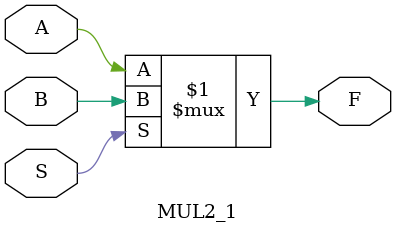
<source format=v>
module MUL2_1(A, B, S, F);
    input A, B, S;
    output F;

    assign F = (S) ? B : A;
endmodule
</source>
